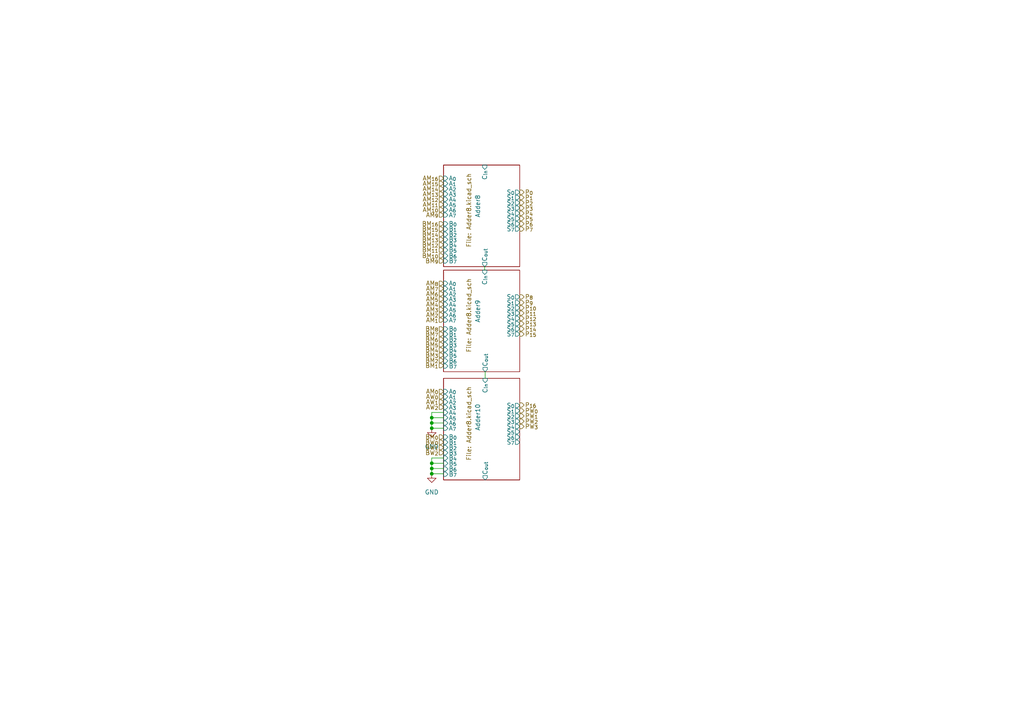
<source format=kicad_sch>
(kicad_sch (version 20211123) (generator eeschema)
  (paper "A4")
  (lib_symbols
    (symbol "power:GND" (power) (pin_names (offset 0))
      (property "Value" "GND" (at 0 -3.81 0))
      (symbol "GND_0_1"
        (polyline (pts (xy 0 0) (xy 0 -1.27) (xy 1.27 -1.27) (xy 0 -2.54) (xy -1.27 -1.27) (xy 0 -1.27)))
      )
      (symbol "GND_1_1"
        (pin power_in line (at 0 0 270) (length 0) hide (name "GND") (number "1"))
      )
    )
  )
  (junction (at 125.222 137.414))
  (junction (at 125.222 124.206))
  (junction (at 125.222 134.366))
  (junction (at 125.222 121.158))
  (junction (at 125.222 135.89))
  (junction (at 125.222 122.682))
  (wire (pts (xy 140.589 77.343) (xy 140.589 78.359)))
  (wire (pts (xy 125.222 132.842) (xy 125.222 134.366)))
  (wire (pts (xy 125.222 122.682) (xy 125.222 124.206)))
  (wire (pts (xy 125.222 121.158) (xy 128.651 121.158)))
  (wire (pts (xy 125.222 137.414) (xy 128.651 137.414)))
  (wire (pts (xy 125.222 135.89) (xy 125.222 137.414)))
  (wire (pts (xy 128.651 132.842) (xy 125.222 132.842)))
  (wire (pts (xy 128.651 119.634) (xy 125.222 119.634)))
  (wire (pts (xy 125.222 119.634) (xy 125.222 121.158)))
  (wire (pts (xy 125.222 135.89) (xy 128.651 135.89)))
  (wire (pts (xy 125.222 124.206) (xy 128.651 124.206)))
  (wire (pts (xy 125.222 122.682) (xy 128.651 122.682)))
  (wire (pts (xy 140.716 107.823) (xy 140.716 109.728)))
  (wire (pts (xy 125.222 121.158) (xy 125.222 122.682)))
  (wire (pts (xy 125.222 134.366) (xy 128.651 134.366)))
  (wire (pts (xy 125.222 134.366) (xy 125.222 135.89)))
  (hierarchical_label "PW_{1}" (shape output) (at 150.749 120.65 0))
  (hierarchical_label "AW_{2}" (shape input) (at 128.651 118.11 180))
  (hierarchical_label "AM_{13}" (shape input) (at 128.651 56.261 180))
  (hierarchical_label "BW_{0}" (shape input) (at 128.651 128.27 180))
  (hierarchical_label "P_{0}" (shape output) (at 150.749 55.753 0))
  (hierarchical_label "AM_{1}" (shape input) (at 128.651 92.837 180))
  (hierarchical_label "BM_{3}" (shape input) (at 128.651 102.997 180))
  (hierarchical_label "P_{6}" (shape output) (at 150.749 64.897 0))
  (hierarchical_label "AM_{5}" (shape input) (at 128.651 86.741 180))
  (hierarchical_label "P_{14}" (shape output) (at 150.749 95.377 0))
  (hierarchical_label "AM_{3}" (shape input) (at 128.651 89.789 180))
  (hierarchical_label "AM_{6}" (shape input) (at 128.651 85.217 180))
  (hierarchical_label "P_{13}" (shape output) (at 150.749 93.853 0))
  (hierarchical_label "AM_{0}" (shape input) (at 128.651 113.538 180))
  (hierarchical_label "BM_{16}" (shape input) (at 128.651 64.897 180))
  (hierarchical_label "AM_{8}" (shape input) (at 128.651 82.169 180))
  (hierarchical_label "AM_{4}" (shape input) (at 128.651 88.265 180))
  (hierarchical_label "AM_{14}" (shape input) (at 128.651 54.737 180))
  (hierarchical_label "AM_{16}" (shape input) (at 128.651 51.689 180))
  (hierarchical_label "PW_{2}" (shape output) (at 150.749 122.174 0))
  (hierarchical_label "AM_{12}" (shape input) (at 128.651 57.785 180))
  (hierarchical_label "AM_{10}" (shape input) (at 128.651 60.833 180))
  (hierarchical_label "P_{7}" (shape output) (at 150.749 66.421 0))
  (hierarchical_label "BW_{1}" (shape input) (at 128.651 129.794 180))
  (hierarchical_label "P_{12}" (shape output) (at 150.749 92.329 0))
  (hierarchical_label "AW_{0}" (shape input) (at 128.651 115.062 180))
  (hierarchical_label "P_{2}" (shape output) (at 150.749 58.801 0))
  (hierarchical_label "BM_{6}" (shape input) (at 128.651 98.425 180))
  (hierarchical_label "AM_{2}" (shape input) (at 128.651 91.313 180))
  (hierarchical_label "AM_{7}" (shape input) (at 128.651 83.693 180))
  (hierarchical_label "BM_{7}" (shape input) (at 128.651 96.901 180))
  (hierarchical_label "P_{10}" (shape output) (at 150.749 89.281 0))
  (hierarchical_label "P_{15}" (shape output) (at 150.749 96.901 0))
  (hierarchical_label "AM_{9}" (shape input) (at 128.651 62.357 180))
  (hierarchical_label "P_{11}" (shape output) (at 150.749 90.805 0))
  (hierarchical_label "P_{1}" (shape output) (at 150.749 57.277 0))
  (hierarchical_label "P_{4}" (shape output) (at 150.749 61.849 0))
  (hierarchical_label "PW_{3}" (shape output) (at 150.749 123.698 0))
  (hierarchical_label "BM_{11}" (shape input) (at 128.651 72.517 180))
  (hierarchical_label "P_{16}" (shape output) (at 150.749 117.475 0))
  (hierarchical_label "BM_{8}" (shape input) (at 128.651 95.377 180))
  (hierarchical_label "BM_{0}" (shape input) (at 128.651 126.746 180))
  (hierarchical_label "BM_{4}" (shape input) (at 128.651 101.473 180))
  (hierarchical_label "BM_{15}" (shape input) (at 128.651 66.421 180))
  (hierarchical_label "AM_{11}" (shape input) (at 128.651 59.309 180))
  (hierarchical_label "BM_{2}" (shape input) (at 128.651 104.521 180))
  (hierarchical_label "BW_{2}" (shape input) (at 128.651 131.318 180))
  (hierarchical_label "AW_{1}" (shape input) (at 128.651 116.586 180))
  (hierarchical_label "BM_{5}" (shape input) (at 128.651 99.949 180))
  (hierarchical_label "BM_{9}" (shape input) (at 128.651 75.692 180))
  (hierarchical_label "BM_{12}" (shape input) (at 128.651 70.993 180))
  (hierarchical_label "AM_{15}" (shape input) (at 128.651 53.213 180))
  (hierarchical_label "P_{5}" (shape output) (at 150.749 63.373 0))
  (hierarchical_label "BM_{14}" (shape input) (at 128.651 67.945 180))
  (hierarchical_label "P_{8}" (shape output) (at 150.749 86.106 0))
  (hierarchical_label "BM_{10}" (shape input) (at 128.651 74.168 180))
  (hierarchical_label "BM_{13}" (shape input) (at 128.651 69.469 180))
  (hierarchical_label "P_{3}" (shape output) (at 150.749 60.325 0))
  (hierarchical_label "P_{9}" (shape output) (at 150.749 87.757 0))
  (hierarchical_label "PW_{0}" (shape output) (at 150.749 119.126 0))
  (hierarchical_label "BM_{1}" (shape input) (at 128.651 106.045 180))
  (symbol (lib_id "power:GND") (at 125.222 137.414 0) (unit 1)
    (property "Reference" "#PWR?" (effects hide))
    (property "Value" "GND" (at 125.222 142.748 0))
  )
  (symbol (lib_id "power:GND") (at 125.222 124.206 0) (unit 1)
    (property "Reference" "#PWR?" (effects hide))
    (property "Value" "GND" (at 125.222 129.54 0))
  )
  (sheet (at 128.651 78.359) (size 22.098 29.464) (stroke (width 0.1524))
    (property "Sheet name" "Adder9" (at 139.319 93.599 90) (effects (justify left bottom)))
    (property "Sheet file" "Adder8.kicad_sch" (at 135.255 102.235 90) (effects (justify left top)))
    (pin "S_{7}" output (at 150.749 96.901 0))
    (pin "S_{6}" output (at 150.749 95.377 0))
    (pin "S_{4}" output (at 150.749 92.329 0))
    (pin "S_{5}" output (at 150.749 93.853 0))
    (pin "A_{0}" input (at 128.651 82.169 180))
    (pin "S_{2}" output (at 150.749 89.281 0))
    (pin "S_{0}" output (at 150.749 86.106 0))
    (pin "S_{1}" output (at 150.749 87.757 0))
    (pin "S_{3}" output (at 150.749 90.805 0))
    (pin "C_{out}" output (at 140.716 107.823 270))
    (pin "A_{4}" input (at 128.651 88.265 180))
    (pin "A_{5}" input (at 128.651 89.789 180))
    (pin "C_{in}" input (at 140.589 78.359 90))
    (pin "A_{1}" input (at 128.651 83.693 180))
    (pin "A_{2}" input (at 128.651 85.217 180))
    (pin "A_{3}" input (at 128.651 86.741 180))
    (pin "B_{0}" input (at 128.651 95.377 180))
    (pin "B_{1}" input (at 128.651 96.901 180))
    (pin "B_{2}" input (at 128.651 98.425 180))
    (pin "B_{3}" input (at 128.651 99.949 180))
    (pin "A_{6}" input (at 128.651 91.313 180))
    (pin "A_{7}" input (at 128.651 92.837 180))
    (pin "B_{4}" input (at 128.651 101.473 180))
    (pin "B_{5}" input (at 128.651 102.997 180))
    (pin "B_{6}" input (at 128.651 104.648 180))
    (pin "B_{7}" input (at 128.651 106.172 180))
  )
  (sheet (at 128.651 47.879) (size 22.098 29.464) (stroke (width 0.1524))
    (property "Sheet name" "Adder8" (at 139.319 63.119 90) (effects (justify left bottom)))
    (property "Sheet file" "Adder8.kicad_sch" (at 135.255 71.755 90) (effects (justify left top)))
    (pin "S_{7}" output (at 150.749 66.421 0))
    (pin "S_{6}" output (at 150.749 64.897 0))
    (pin "S_{4}" output (at 150.749 61.849 0))
    (pin "S_{5}" output (at 150.749 63.373 0))
    (pin "A_{0}" input (at 128.651 51.689 180))
    (pin "S_{2}" output (at 150.749 58.801 0))
    (pin "S_{0}" output (at 150.749 55.753 0))
    (pin "S_{1}" output (at 150.749 57.277 0))
    (pin "S_{3}" output (at 150.749 60.325 0))
    (pin "C_{out}" output (at 140.589 77.343 270))
    (pin "A_{4}" input (at 128.651 57.785 180))
    (pin "A_{5}" input (at 128.651 59.309 180))
    (pin "C_{in}" input (at 140.589 47.879 90))
    (pin "A_{1}" input (at 128.651 53.213 180))
    (pin "A_{2}" input (at 128.651 54.737 180))
    (pin "A_{3}" input (at 128.651 56.261 180))
    (pin "B_{0}" input (at 128.651 64.897 180))
    (pin "B_{1}" input (at 128.651 66.421 180))
    (pin "B_{2}" input (at 128.651 67.945 180))
    (pin "B_{3}" input (at 128.651 69.469 180))
    (pin "A_{6}" input (at 128.651 60.833 180))
    (pin "A_{7}" input (at 128.651 62.357 180))
    (pin "B_{4}" input (at 128.651 70.993 180))
    (pin "B_{5}" input (at 128.651 72.517 180))
    (pin "B_{6}" input (at 128.651 74.168 180))
    (pin "B_{7}" input (at 128.651 75.692 180))
  )
  (sheet (at 128.651 109.728) (size 22.098 29.464) (stroke (width 0.1524))
    (property "Sheet name" "Adder10" (at 139.319 124.968 90) (effects (justify left bottom)))
    (property "Sheet file" "Adder8.kicad_sch" (at 135.255 133.604 90) (effects (justify left top)))
    (pin "S_{7}" output (at 150.749 128.27 0))
    (pin "S_{6}" output (at 150.749 126.746 0))
    (pin "S_{4}" output (at 150.749 123.698 0))
    (pin "S_{5}" output (at 150.749 125.222 0))
    (pin "A_{0}" input (at 128.651 113.538 180))
    (pin "S_{2}" output (at 150.749 120.65 0))
    (pin "S_{0}" output (at 150.749 117.602 0))
    (pin "S_{1}" output (at 150.749 119.126 0))
    (pin "S_{3}" output (at 150.749 122.174 0))
    (pin "C_{out}" output (at 140.716 139.192 270))
    (pin "A_{4}" input (at 128.651 119.634 180))
    (pin "A_{5}" input (at 128.651 121.158 180))
    (pin "C_{in}" input (at 140.716 109.728 90))
    (pin "A_{1}" input (at 128.651 115.062 180))
    (pin "A_{2}" input (at 128.651 116.586 180))
    (pin "A_{3}" input (at 128.651 118.11 180))
    (pin "B_{0}" input (at 128.651 126.746 180))
    (pin "B_{1}" input (at 128.651 128.27 180))
    (pin "B_{2}" input (at 128.651 129.794 180))
    (pin "B_{3}" input (at 128.651 131.318 180))
    (pin "A_{6}" input (at 128.651 122.682 180))
    (pin "A_{7}" input (at 128.651 124.206 180))
    (pin "B_{4}" input (at 128.651 132.842 180))
    (pin "B_{5}" input (at 128.651 134.366 180))
    (pin "B_{6}" input (at 128.651 136.017 180))
    (pin "B_{7}" input (at 128.651 137.541 180))
  )
)
</source>
